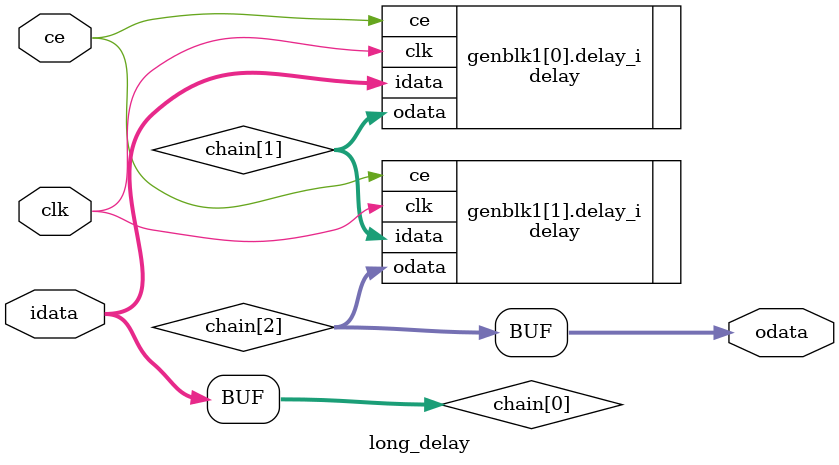
<source format=v>
`timescale 1ns / 1ps


module long_delay #(
    parameter NUM_OF_BITS=16,
    parameter DELAY=2
)
(
    input [NUM_OF_BITS-1:0]idata,
    input clk,
    input ce,
    output [NUM_OF_BITS-1:0]odata
);
 
wire [NUM_OF_BITS-1:0]chain[DELAY:0];
assign chain[0]=idata;

genvar i;
generate
    for(i=0;i<DELAY;i=i+1)
    begin
    delay #(
       .NUM_OF_BITS(NUM_OF_BITS)
    )
    delay_i
    (
        .idata(chain[i]),
        .clk(clk),
        .ce(ce),
        .odata(chain[i+1])
    );
    end
endgenerate

assign odata=chain[DELAY];

endmodule
</source>
